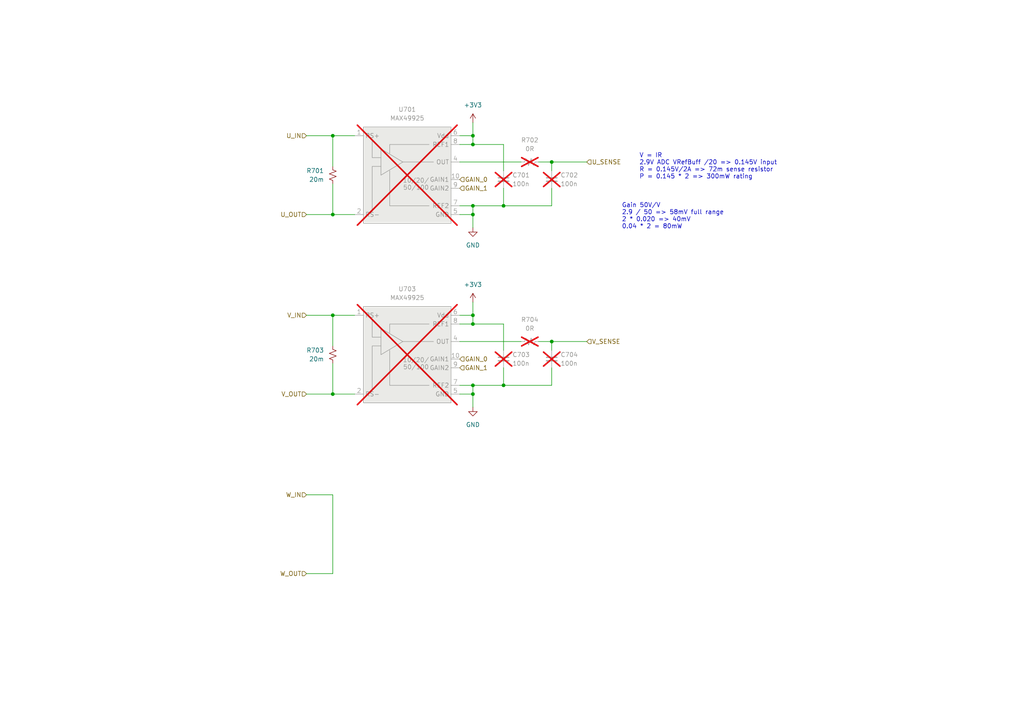
<source format=kicad_sch>
(kicad_sch (version 20231120) (generator "eeschema") (generator_version "8.0")
  (paper "A4")
  (title_block (title "HALL CURRENT SENSING") (date "2023-10-11") (rev "0.1") (company "matei repair lab"))
  (lib_symbols
    (symbol "Device:C_Small" (pin_numbers hide) (pin_names (offset 0.254) hide)
      (property "Reference" "C" (at 0.254 1.778 0))
      (property "Value" "C_Small" (at 0.254 -2.032 0))
      (symbol "C_Small_0_1"
        (polyline (pts (xy -1.524 -0.508) (xy 1.524 -0.508)) (stroke (width 0.3302)))
        (polyline (pts (xy -1.524 0.508) (xy 1.524 0.508)) (stroke (width 0.3048)))
      )
      (symbol "C_Small_1_1"
        (pin passive line (at 0 2.54 270) (length 2.032) (name "~") (number "1"))
        (pin passive line (at 0 -2.54 90) (length 2.032) (name "~") (number "2"))
      )
    )
    (symbol "Device:R_Small_US" (pin_numbers hide) (pin_names (offset 0.254) hide)
      (property "Reference" "R" (at 0.762 0.508 0))
      (property "Value" "R_Small_US" (at 0.762 -1.016 0))
      (symbol "R_Small_US_1_1"
        (polyline (pts (xy 0 0) (xy 1.016 -0.381) (xy 0 -0.762) (xy -1.016 -1.143) (xy 0 -1.524)))
        (polyline (pts (xy 0 1.524) (xy 1.016 1.143) (xy 0 0.762) (xy -1.016 0.381) (xy 0 0)))
        (pin passive line (at 0 2.54 270) (length 1.016) (name "~") (number "1"))
        (pin passive line (at 0 -2.54 90) (length 1.016) (name "~") (number "2"))
      )
    )
    (symbol "matei:MAX49925"
      (property "Reference" "U" (at -11.43 15.24 0))
      (property "Value" "MAX49925" (at 0 -12.7 0))
      (symbol "MAX49925_0_0"
        (pin input line (at -15.24 10.16 0) (length 2.54) (name "RS+") (number "1"))
        (pin input line (at 15.24 -2.54 180) (length 2.54) (name "GAIN1") (number "10"))
        (pin input line (at -15.24 -12.7 0) (length 2.54) (name "RS-") (number "2"))
        (pin output line (at 15.24 2.54 180) (length 2.54) (name "OUT") (number "4"))
        (pin power_in line (at 15.24 -12.7 180) (length 2.54) (name "GND") (number "5"))
        (pin power_in line (at 15.24 10.16 180) (length 2.54) (name "Vdd") (number "6"))
        (pin input line (at 15.24 -10.16 180) (length 2.54) (name "REF2") (number "7"))
        (pin input line (at 15.24 7.62 180) (length 2.54) (name "REF1") (number "8"))
        (pin input line (at 15.24 -5.08 180) (length 2.54) (name "GAIN2") (number "9"))
      )
      (symbol "MAX49925_1_0"
        (pin passive line (at 15.24 -12.7 180) (length 2.54) hide (name "EP") (number "11"))
        (pin no_connect line (at -15.24 2.54 0) (length 2.54) hide (name "NC") (number "3"))
      )
      (symbol "MAX49925_1_1"
        (rectangle (start -12.7 12.7) (end 12.7 -15.24) (fill (type background)))
        (polyline (pts (xy -1.27 2.54) (xy 7.62 2.54)))
        (polyline (pts (xy -7.62 1.27) (xy -10.16 1.27) (xy -10.16 -11.43)))
        (polyline (pts (xy -7.62 3.81) (xy -10.16 3.81) (xy -10.16 8.89)))
        (polyline (pts (xy -5.08 0) (xy -5.08 -10.16) (xy 6.35 -10.16)))
        (polyline (pts (xy -5.08 5.08) (xy -5.08 7.62) (xy 6.35 7.62)))
        (polyline (pts (xy -7.62 6.35) (xy -7.62 -1.27) (xy -1.27 2.54) (xy -7.62 6.35)))
        (text "10/20/\n50/100" (at 2.54 -3.81 0) (effects (font (size 1.27 1.27))))
      )
    )
    (symbol "power:+3V3" (power) (pin_names (offset 0))
      (property "Value" "+3V3" (at 0 3.556 0))
      (symbol "+3V3_0_1"
        (polyline (pts (xy -0.762 1.27) (xy 0 2.54)))
        (polyline (pts (xy 0 0) (xy 0 2.54)))
        (polyline (pts (xy 0 2.54) (xy 0.762 1.27)))
      )
      (symbol "+3V3_1_1"
        (pin power_in line (at 0 0 90) (length 0) hide (name "+3V3") (number "1"))
      )
    )
    (symbol "power:GND" (power) (pin_names (offset 0))
      (property "Value" "GND" (at 0 -3.81 0))
      (symbol "GND_0_1"
        (polyline (pts (xy 0 0) (xy 0 -1.27) (xy 1.27 -1.27) (xy 0 -2.54) (xy -1.27 -1.27) (xy 0 -1.27)))
      )
      (symbol "GND_1_1"
        (pin power_in line (at 0 0 270) (length 0) hide (name "GND") (number "1"))
      )
    )
  )
  (junction (at 96.52 62.23))
  (junction (at 137.16 59.69))
  (junction (at 146.05 111.76))
  (junction (at 160.02 46.99))
  (junction (at 96.52 39.37))
  (junction (at 137.16 114.3))
  (junction (at 96.52 91.44))
  (junction (at 137.16 39.37))
  (junction (at 96.52 114.3))
  (junction (at 137.16 62.23))
  (junction (at 137.16 111.76))
  (junction (at 146.05 59.69))
  (junction (at 137.16 41.91))
  (junction (at 160.02 99.06))
  (junction (at 137.16 91.44))
  (junction (at 137.16 93.98))
  (wire (pts (xy 160.02 59.69) (xy 160.02 54.61)))
  (wire (pts (xy 137.16 41.91) (xy 146.05 41.91)))
  (wire (pts (xy 88.9 62.23) (xy 96.52 62.23)))
  (wire (pts (xy 156.21 46.99) (xy 160.02 46.99)))
  (wire (pts (xy 160.02 99.06) (xy 160.02 101.6)))
  (wire (pts (xy 160.02 46.99) (xy 170.18 46.99)))
  (wire (pts (xy 96.52 91.44) (xy 96.52 100.33)))
  (wire (pts (xy 96.52 114.3) (xy 102.87 114.3)))
  (wire (pts (xy 137.16 93.98) (xy 137.16 91.44)))
  (wire (pts (xy 160.02 106.68) (xy 160.02 111.76)))
  (wire (pts (xy 133.35 59.69) (xy 137.16 59.69)))
  (wire (pts (xy 137.16 111.76) (xy 137.16 114.3)))
  (wire (pts (xy 146.05 59.69) (xy 160.02 59.69)))
  (wire (pts (xy 96.52 143.51) (xy 96.52 166.37)))
  (wire (pts (xy 137.16 59.69) (xy 146.05 59.69)))
  (wire (pts (xy 146.05 54.61) (xy 146.05 59.69)))
  (wire (pts (xy 137.16 39.37) (xy 133.35 39.37)))
  (wire (pts (xy 88.9 39.37) (xy 96.52 39.37)))
  (wire (pts (xy 146.05 93.98) (xy 146.05 101.6)))
  (wire (pts (xy 137.16 59.69) (xy 137.16 62.23)))
  (wire (pts (xy 137.16 114.3) (xy 137.16 118.11)))
  (wire (pts (xy 133.35 46.99) (xy 151.13 46.99)))
  (wire (pts (xy 156.21 99.06) (xy 160.02 99.06)))
  (wire (pts (xy 137.16 91.44) (xy 133.35 91.44)))
  (wire (pts (xy 133.35 93.98) (xy 137.16 93.98)))
  (wire (pts (xy 160.02 99.06) (xy 170.18 99.06)))
  (wire (pts (xy 133.35 99.06) (xy 151.13 99.06)))
  (wire (pts (xy 133.35 114.3) (xy 137.16 114.3)))
  (wire (pts (xy 137.16 87.63) (xy 137.16 91.44)))
  (wire (pts (xy 137.16 35.56) (xy 137.16 39.37)))
  (wire (pts (xy 88.9 143.51) (xy 96.52 143.51)))
  (wire (pts (xy 96.52 53.34) (xy 96.52 62.23)))
  (wire (pts (xy 137.16 93.98) (xy 146.05 93.98)))
  (wire (pts (xy 96.52 39.37) (xy 102.87 39.37)))
  (wire (pts (xy 88.9 91.44) (xy 96.52 91.44)))
  (wire (pts (xy 137.16 41.91) (xy 137.16 39.37)))
  (wire (pts (xy 96.52 62.23) (xy 102.87 62.23)))
  (wire (pts (xy 133.35 111.76) (xy 137.16 111.76)))
  (wire (pts (xy 96.52 105.41) (xy 96.52 114.3)))
  (wire (pts (xy 146.05 41.91) (xy 146.05 49.53)))
  (wire (pts (xy 96.52 91.44) (xy 102.87 91.44)))
  (wire (pts (xy 133.35 62.23) (xy 137.16 62.23)))
  (wire (pts (xy 133.35 41.91) (xy 137.16 41.91)))
  (wire (pts (xy 137.16 111.76) (xy 146.05 111.76)))
  (wire (pts (xy 137.16 62.23) (xy 137.16 66.04)))
  (wire (pts (xy 160.02 46.99) (xy 160.02 49.53)))
  (wire (pts (xy 88.9 114.3) (xy 96.52 114.3)))
  (wire (pts (xy 96.52 39.37) (xy 96.52 48.26)))
  (wire (pts (xy 146.05 106.68) (xy 146.05 111.76)))
  (wire (pts (xy 146.05 111.76) (xy 160.02 111.76)))
  (wire (pts (xy 88.9 166.37) (xy 96.52 166.37)))
  (text "Gain 50V/V\n2.9 / 50 => 58mV full range\n2 * 0.020 => 40mV \n0.04 * 2 = 80mW\n\n" (at 180.34 68.58 0) (effects (font (size 1.27 1.27)) (justify left bottom)))
  (text "V = IR\n2.9V ADC VRefBuff /20 => 0.145V input\nR = 0.145V/2A => 72m sense resistor\nP = 0.145 * 2 => 300mW rating" (at 185.42 52.07 0) (effects (font (size 1.27 1.27)) (justify left bottom)))
  (hierarchical_label "GAIN_1" (shape input) (at 133.35 54.61 0))
  (hierarchical_label "U_OUT" (shape input) (at 88.9 62.23 180))
  (hierarchical_label "W_IN" (shape input) (at 88.9 143.51 180))
  (hierarchical_label "GAIN_0" (shape input) (at 133.35 104.14 0))
  (hierarchical_label "U_SENSE" (shape input) (at 170.18 46.99 0))
  (hierarchical_label "V_SENSE" (shape input) (at 170.18 99.06 0))
  (hierarchical_label "GAIN_0" (shape input) (at 133.35 52.07 0))
  (hierarchical_label "V_IN" (shape input) (at 88.9 91.44 180))
  (hierarchical_label "U_IN" (shape input) (at 88.9 39.37 180))
  (hierarchical_label "GAIN_1" (shape input) (at 133.35 106.68 0))
  (hierarchical_label "W_OUT" (shape input) (at 88.9 166.37 180))
  (hierarchical_label "V_OUT" (shape input) (at 88.9 114.3 180))
  (symbol (lib_id "Device:C_Small") (at 160.02 52.07 0) (unit 1) (in_bom no) (on_board no) (dnp yes)
    (property "Reference" "C702" (at 162.56 50.8063 0) (effects (justify left)))
    (property "Value" "100n" (at 162.56 53.3463 0) (effects (justify left)))
    (property "Footprint" "Capacitor_SMD:C_0402_1005Metric" (effects (hide yes)))
    (property "LCSC ID" "C307331" (effects (hide yes)))
  )
  (symbol (lib_id "Device:R_Small_US") (at 153.67 46.99 90) (unit 1) (in_bom no) (on_board no) (dnp yes)
    (property "Reference" "R702" (at 153.67 40.64 90))
    (property "Value" "0R" (at 153.67 43.18 90))
    (property "Footprint" "Resistor_SMD:R_0402_1005Metric" (effects (hide yes)))
    (property "LCSC ID" "C17168" (effects (hide yes)))
  )
  (symbol (lib_id "power:+3V3") (at 137.16 87.63 0) (unit 1)
    (property "Reference" "#PWR0705" (effects (hide yes)))
    (property "Value" "+3V3" (at 137.16 82.55 0))
  )
  (symbol (lib_id "power:+3V3") (at 137.16 35.56 0) (unit 1)
    (property "Reference" "#PWR0701" (effects (hide yes)))
    (property "Value" "+3V3" (at 137.16 30.48 0))
  )
  (symbol (lib_id "power:GND") (at 137.16 118.11 0) (unit 1)
    (property "Reference" "#PWR01" (effects (hide yes)))
    (property "Value" "GND" (at 137.16 123.19 0))
  )
  (symbol (lib_id "matei:MAX49925") (at 118.11 49.53 0) (unit 1) (in_bom no) (on_board no) (dnp yes)
    (property "Reference" "U701" (at 118.11 31.75 0))
    (property "Value" "MAX49925" (at 118.11 34.29 0))
    (property "Footprint" "Package_DFN_QFN:DFN-10-1EP_3x3mm_P0.5mm_EP1.75x2.7mm" (effects (hide yes)))
    (property "LCSC ID" "C19193612" (effects (hide yes)))
  )
  (symbol (lib_id "Device:R_Small_US") (at 96.52 102.87 0) (unit 1)
    (property "Reference" "R703" (at 93.98 101.6 0) (effects (justify right)))
    (property "Value" "20m" (at 93.98 104.14 0) (effects (justify right)))
    (property "Footprint" "Resistor_SMD:R_1206_3216Metric" (effects (hide yes)))
    (property "LCSC ID" "C393094" (effects (hide yes)))
  )
  (symbol (lib_id "Device:R_Small_US") (at 153.67 99.06 90) (unit 1) (in_bom no) (on_board no) (dnp yes)
    (property "Reference" "R704" (at 153.67 92.71 90))
    (property "Value" "0R" (at 153.67 95.25 90))
    (property "Footprint" "Resistor_SMD:R_0402_1005Metric" (effects (hide yes)))
    (property "LCSC ID" "C17168" (effects (hide yes)))
  )
  (symbol (lib_id "Device:C_Small") (at 160.02 104.14 0) (unit 1) (in_bom no) (on_board no) (dnp yes)
    (property "Reference" "C704" (at 162.56 102.8763 0) (effects (justify left)))
    (property "Value" "100n" (at 162.56 105.4163 0) (effects (justify left)))
    (property "Footprint" "Capacitor_SMD:C_0402_1005Metric" (effects (hide yes)))
    (property "LCSC ID" "C307331" (effects (hide yes)))
  )
  (symbol (lib_id "power:GND") (at 137.16 66.04 0) (unit 1)
    (property "Reference" "#PWR02" (effects (hide yes)))
    (property "Value" "GND" (at 137.16 71.12 0))
  )
  (symbol (lib_id "Device:C_Small") (at 146.05 104.14 0) (unit 1) (in_bom no) (on_board no) (dnp yes)
    (property "Reference" "C703" (at 148.59 102.8763 0) (effects (justify left)))
    (property "Value" "100n" (at 148.59 105.4163 0) (effects (justify left)))
    (property "Footprint" "Capacitor_SMD:C_0402_1005Metric" (effects (hide yes)))
    (property "LCSC ID" "C307331" (effects (hide yes)))
  )
  (symbol (lib_id "matei:MAX49925") (at 118.11 101.6 0) (unit 1) (in_bom no) (on_board no) (dnp yes)
    (property "Reference" "U703" (at 118.11 83.82 0))
    (property "Value" "MAX49925" (at 118.11 86.36 0))
    (property "Footprint" "Package_DFN_QFN:DFN-10-1EP_3x3mm_P0.5mm_EP1.75x2.7mm" (effects (hide yes)))
    (property "LCSC ID" "C19193612" (effects (hide yes)))
  )
  (symbol (lib_id "Device:R_Small_US") (at 96.52 50.8 0) (unit 1)
    (property "Reference" "R701" (at 93.98 49.53 0) (effects (justify right)))
    (property "Value" "20m" (at 93.98 52.07 0) (effects (justify right)))
    (property "Footprint" "Resistor_SMD:R_1206_3216Metric" (effects (hide yes)))
    (property "LCSC ID" "C393094" (effects (hide yes)))
  )
  (symbol (lib_id "Device:C_Small") (at 146.05 52.07 0) (unit 1) (in_bom no) (on_board no) (dnp yes)
    (property "Reference" "C701" (at 148.59 50.8063 0) (effects (justify left)))
    (property "Value" "100n" (at 148.59 53.3463 0) (effects (justify left)))
    (property "Footprint" "Capacitor_SMD:C_0402_1005Metric" (effects (hide yes)))
    (property "LCSC ID" "C307331" (effects (hide yes)))
  )
)
</source>
